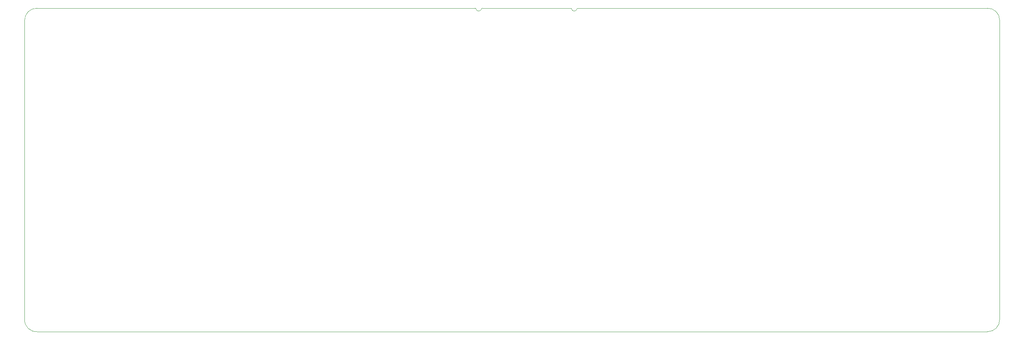
<source format=gbr>
%TF.GenerationSoftware,KiCad,Pcbnew,(6.0.2)*%
%TF.CreationDate,2022-03-07T02:27:41+09:00*%
%TF.ProjectId,presplit_39key_bottom,70726573-706c-4697-945f-33396b65795f,rev?*%
%TF.SameCoordinates,Original*%
%TF.FileFunction,Profile,NP*%
%FSLAX46Y46*%
G04 Gerber Fmt 4.6, Leading zero omitted, Abs format (unit mm)*
G04 Created by KiCad (PCBNEW (6.0.2)) date 2022-03-07 02:27:41*
%MOMM*%
%LPD*%
G01*
G04 APERTURE LIST*
%TA.AperFunction,Profile*%
%ADD10C,0.100000*%
%TD*%
G04 APERTURE END LIST*
D10*
X25050000Y-98250000D02*
X248850000Y-98250000D01*
X152410964Y-22052424D02*
G75*
G03*
X152154723Y-22289600I-7040J-249402D01*
G01*
X150947576Y-22310964D02*
G75*
G03*
X152154723Y-22289600I599688J230225D01*
G01*
X22125000Y-25000000D02*
X22125000Y-95400000D01*
X129935964Y-22052425D02*
X150710400Y-22054723D01*
X25000000Y-22049999D02*
G75*
G03*
X22125000Y-25000000I-30658J-2846075D01*
G01*
X22125001Y-95400000D02*
G75*
G03*
X25050000Y-98250000I2771045J-82019D01*
G01*
X251725762Y-24925000D02*
X251725000Y-95342553D01*
X251725762Y-24925000D02*
G75*
G03*
X248818315Y-22050000I-2793422J82682D01*
G01*
X152410964Y-22052425D02*
X248818315Y-22050000D01*
X248850000Y-98250000D02*
G75*
G03*
X251725000Y-95342553I82682J2793422D01*
G01*
X150947576Y-22310964D02*
G75*
G03*
X150710400Y-22054723I-249402J7040D01*
G01*
X128447576Y-22310964D02*
G75*
G03*
X128210400Y-22054723I-249402J7040D01*
G01*
X129935964Y-22052424D02*
G75*
G03*
X129679723Y-22289600I-7040J-249402D01*
G01*
X25000000Y-22050000D02*
X128210400Y-22054723D01*
X128447574Y-22310964D02*
G75*
G03*
X129679723Y-22289600I612185J235010D01*
G01*
M02*

</source>
